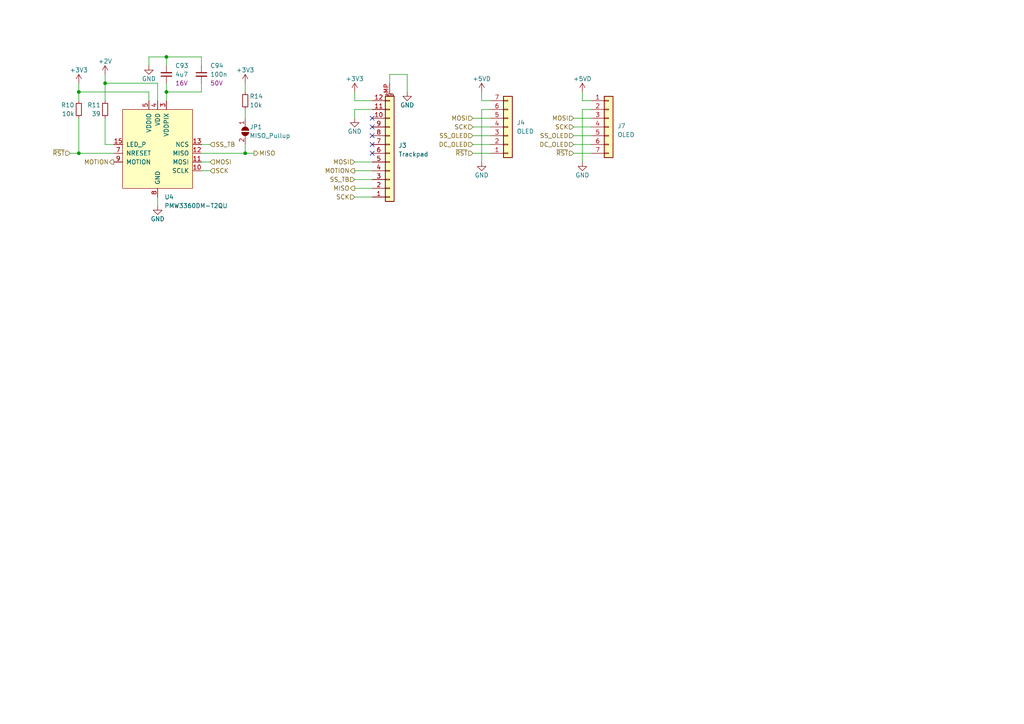
<source format=kicad_sch>
(kicad_sch (version 20230121) (generator eeschema)
  (paper "A4")
  (title_block (title "Honeydew unified split ergonomic keyboard") (date "2023-04-08") (rev "V2.0") (company "Created by Ariamelon (https://github.com/Ariamelon/Honeydew/)") (comment 1 "All capacitors 50V unless otherwise specified.") (comment 2 "Licensed under CC BY 4.0."))
  (lib_symbols
    (symbol "+3V3_1" (power) (pin_names (offset 0))
      (property "Value" "+3V3_1" (at 0 3.556 0))
      (symbol "+3V3_1_0_1"
        (polyline (pts (xy -0.762 1.27) (xy 0 2.54)))
        (polyline (pts (xy 0 0) (xy 0 2.54)))
        (polyline (pts (xy 0 2.54) (xy 0.762 1.27)))
      )
      (symbol "+3V3_1_1_1"
        (pin power_in line (at 0 0 90) (length 0) hide (name "+3V3") (number "1"))
      )
    )
    (symbol "Connector_Generic:Conn_01x07" (pin_names (offset 1.016) hide)
      (property "Reference" "J" (at 0 10.16 0))
      (property "Value" "Conn_01x07" (at 0 -10.16 0))
      (symbol "Conn_01x07_1_1"
        (rectangle (start -1.27 -7.493) (end 0 -7.747) (stroke (width 0.1524)))
        (rectangle (start -1.27 -4.953) (end 0 -5.207) (stroke (width 0.1524)))
        (rectangle (start -1.27 -2.413) (end 0 -2.667) (stroke (width 0.1524)))
        (rectangle (start -1.27 0.127) (end 0 -0.127) (stroke (width 0.1524)))
        (rectangle (start -1.27 2.667) (end 0 2.413) (stroke (width 0.1524)))
        (rectangle (start -1.27 5.207) (end 0 4.953) (stroke (width 0.1524)))
        (rectangle (start -1.27 7.747) (end 0 7.493) (stroke (width 0.1524)))
        (rectangle (start -1.27 8.89) (end 1.27 -8.89) (stroke (width 0.254)) (fill (type background)))
        (pin passive line (at -5.08 7.62 0) (length 3.81) (name "Pin_1") (number "1"))
        (pin passive line (at -5.08 5.08 0) (length 3.81) (name "Pin_2") (number "2"))
        (pin passive line (at -5.08 2.54 0) (length 3.81) (name "Pin_3") (number "3"))
        (pin passive line (at -5.08 0 0) (length 3.81) (name "Pin_4") (number "4"))
        (pin passive line (at -5.08 -2.54 0) (length 3.81) (name "Pin_5") (number "5"))
        (pin passive line (at -5.08 -5.08 0) (length 3.81) (name "Pin_6") (number "6"))
        (pin passive line (at -5.08 -7.62 0) (length 3.81) (name "Pin_7") (number "7"))
      )
    )
    (symbol "Connector_Generic_MountingPin:Conn_01x12_MountingPin" (pin_names (offset 1.016) hide)
      (property "Reference" "J" (at 0 15.24 0))
      (property "Value" "Conn_01x12_MountingPin" (at 1.27 -17.78 0))
      (symbol "Conn_01x12_MountingPin_1_1"
        (rectangle (start -1.27 -15.113) (end 0 -15.367) (stroke (width 0.1524)))
        (rectangle (start -1.27 -12.573) (end 0 -12.827) (stroke (width 0.1524)))
        (rectangle (start -1.27 -10.033) (end 0 -10.287) (stroke (width 0.1524)))
        (rectangle (start -1.27 -7.493) (end 0 -7.747) (stroke (width 0.1524)))
        (rectangle (start -1.27 -4.953) (end 0 -5.207) (stroke (width 0.1524)))
        (rectangle (start -1.27 -2.413) (end 0 -2.667) (stroke (width 0.1524)))
        (rectangle (start -1.27 0.127) (end 0 -0.127) (stroke (width 0.1524)))
        (rectangle (start -1.27 2.667) (end 0 2.413) (stroke (width 0.1524)))
        (rectangle (start -1.27 5.207) (end 0 4.953) (stroke (width 0.1524)))
        (rectangle (start -1.27 7.747) (end 0 7.493) (stroke (width 0.1524)))
        (rectangle (start -1.27 10.287) (end 0 10.033) (stroke (width 0.1524)))
        (rectangle (start -1.27 12.827) (end 0 12.573) (stroke (width 0.1524)))
        (rectangle (start -1.27 13.97) (end 1.27 -16.51) (stroke (width 0.254)) (fill (type background)))
        (polyline (pts (xy -1.016 -17.272) (xy 1.016 -17.272)) (stroke (width 0.1524)))
        (text "Mounting" (at 0 -16.891 0) (effects (font (size 0.381 0.381))))
        (pin passive line (at -5.08 12.7 0) (length 3.81) (name "Pin_1") (number "1"))
        (pin passive line (at -5.08 -10.16 0) (length 3.81) (name "Pin_10") (number "10"))
        (pin passive line (at -5.08 -12.7 0) (length 3.81) (name "Pin_11") (number "11"))
        (pin passive line (at -5.08 -15.24 0) (length 3.81) (name "Pin_12") (number "12"))
        (pin passive line (at -5.08 10.16 0) (length 3.81) (name "Pin_2") (number "2"))
        (pin passive line (at -5.08 7.62 0) (length 3.81) (name "Pin_3") (number "3"))
        (pin passive line (at -5.08 5.08 0) (length 3.81) (name "Pin_4") (number "4"))
        (pin passive line (at -5.08 2.54 0) (length 3.81) (name "Pin_5") (number "5"))
        (pin passive line (at -5.08 0 0) (length 3.81) (name "Pin_6") (number "6"))
        (pin passive line (at -5.08 -2.54 0) (length 3.81) (name "Pin_7") (number "7"))
        (pin passive line (at -5.08 -5.08 0) (length 3.81) (name "Pin_8") (number "8"))
        (pin passive line (at -5.08 -7.62 0) (length 3.81) (name "Pin_9") (number "9"))
        (pin passive line (at 0 -20.32 90) (length 3.048) (name "MountPin") (number "MP"))
      )
    )
    (symbol "Device:C_Small" (pin_numbers hide) (pin_names (offset 0.254) hide)
      (property "Reference" "C" (at 0.254 1.778 0))
      (property "Value" "C_Small" (at 0.254 -2.032 0))
      (symbol "C_Small_0_1"
        (polyline (pts (xy -1.524 -0.508) (xy 1.524 -0.508)) (stroke (width 0.3302)))
        (polyline (pts (xy -1.524 0.508) (xy 1.524 0.508)) (stroke (width 0.3048)))
      )
      (symbol "C_Small_1_1"
        (pin passive line (at 0 2.54 270) (length 2.032) (name "~") (number "1"))
        (pin passive line (at 0 -2.54 90) (length 2.032) (name "~") (number "2"))
      )
    )
    (symbol "Device:R_Small" (pin_numbers hide) (pin_names (offset 0.254) hide)
      (property "Reference" "R" (at 0.762 0.508 0))
      (property "Value" "R_Small" (at 0.762 -1.016 0))
      (symbol "R_Small_0_1"
        (rectangle (start -0.762 1.778) (end 0.762 -1.778) (stroke (width 0.2032)))
      )
      (symbol "R_Small_1_1"
        (pin passive line (at 0 2.54 270) (length 0.762) (name "~") (number "1"))
        (pin passive line (at 0 -2.54 90) (length 0.762) (name "~") (number "2"))
      )
    )
    (symbol "Honeydew:+2V" (power) (pin_names (offset 0))
      (property "Value" "+2V" (at 0 3.81 0))
      (symbol "+2V_0_1"
        (polyline (pts (xy -0.762 1.27) (xy 0 2.54)))
        (polyline (pts (xy 0 0) (xy 0 2.54)))
        (polyline (pts (xy 0 2.54) (xy 0.762 1.27)))
      )
      (symbol "+2V_1_1"
        (pin power_in line (at 0 0 90) (length 0) hide (name "+2V") (number "1"))
      )
    )
    (symbol "Jumper:SolderJumper_2_Open" (pin_names (offset 0) hide)
      (property "Reference" "JP" (at 0 2.032 0))
      (property "Value" "SolderJumper_2_Open" (at 0 -2.54 0))
      (symbol "SolderJumper_2_Open_0_1"
        (arc (start -0.254 1.016) (mid -1.2656 0) (end -0.254 -1.016))
        (arc (start -0.254 1.016) (mid -1.2656 0) (end -0.254 -1.016) (fill (type outline)))
        (polyline (pts (xy -0.254 1.016) (xy -0.254 -1.016)))
        (polyline (pts (xy 0.254 1.016) (xy 0.254 -1.016)))
        (arc (start 0.254 -1.016) (mid 1.2656 0) (end 0.254 1.016))
        (arc (start 0.254 -1.016) (mid 1.2656 0) (end 0.254 1.016) (fill (type outline)))
      )
      (symbol "SolderJumper_2_Open_1_1"
        (pin passive line (at -3.81 0 0) (length 2.54) (name "A") (number "1"))
        (pin passive line (at 3.81 0 180) (length 2.54) (name "B") (number "2"))
      )
    )
    (symbol "PMW3360DM-T2QU_1" (pin_names (offset 1.016))
      (property "Reference" "U" (at 0 12.7 0))
      (property "Value" "PMW3360DM-T2QU_1" (at 0 20.32 0))
      (symbol "PMW3360DM-T2QU_1_0_1"
        (rectangle (start -10.16 10.16) (end 10.16 -12.7) (fill (type background)))
      )
      (symbol "PMW3360DM-T2QU_1_1_1"
        (pin no_connect line (at -12.7 7.62 0) (length 2.54) hide (name "NC") (number "1"))
        (pin input line (at 12.7 -7.62 180) (length 2.54) (name "SCLK") (number "10"))
        (pin input line (at 12.7 -5.08 180) (length 2.54) (name "MOSI") (number "11"))
        (pin output line (at 12.7 -2.54 180) (length 2.54) (name "MISO") (number "12"))
        (pin input line (at 12.7 0 180) (length 2.54) (name "NCS") (number "13"))
        (pin no_connect line (at -12.7 7.62 0) (length 2.54) hide (name "NC") (number "14"))
        (pin input line (at -12.7 0 0) (length 2.54) (name "LED_P") (number "15"))
        (pin no_connect line (at -12.7 7.62 0) (length 2.54) hide (name "NC") (number "16"))
        (pin no_connect line (at -12.7 7.62 0) (length 2.54) hide (name "NC") (number "2"))
        (pin power_in line (at 2.54 12.7 270) (length 2.54) (name "VDDPIX") (number "3"))
        (pin power_in line (at 0 12.7 270) (length 2.54) (name "VDD") (number "4"))
        (pin power_in line (at -2.54 12.7 270) (length 2.54) (name "VDDIO") (number "5"))
        (pin no_connect line (at -12.7 7.62 0) (length 2.54) hide (name "NC") (number "6"))
        (pin input line (at -12.7 -2.54 0) (length 2.54) (name "NRESET") (number "7"))
        (pin power_in line (at 0 -15.24 90) (length 2.54) (name "GND") (number "8"))
        (pin output line (at -12.7 -5.08 0) (length 2.54) (name "MOTION") (number "9"))
      )
    )
    (symbol "power:+5VD" (power) (pin_names (offset 0))
      (property "Value" "+5VD" (at 0 3.556 0))
      (symbol "+5VD_0_1"
        (polyline (pts (xy -0.762 1.27) (xy 0 2.54)))
        (polyline (pts (xy 0 0) (xy 0 2.54)))
        (polyline (pts (xy 0 2.54) (xy 0.762 1.27)))
      )
      (symbol "+5VD_1_1"
        (pin power_in line (at 0 0 90) (length 0) hide (name "+5VD") (number "1"))
      )
    )
    (symbol "power:GND" (power) (pin_names (offset 0))
      (property "Value" "GND" (at 0 -3.81 0))
      (symbol "GND_0_1"
        (polyline (pts (xy 0 0) (xy 0 -1.27) (xy 1.27 -1.27) (xy 0 -2.54) (xy -1.27 -1.27) (xy 0 -1.27)))
      )
      (symbol "GND_1_1"
        (pin power_in line (at 0 0 270) (length 0) hide (name "GND") (number "1"))
      )
    )
  )
  (junction (at 48.26 16.51))
  (junction (at 30.48 24.13))
  (junction (at 48.26 26.67))
  (junction (at 22.86 26.67))
  (junction (at 22.86 44.45))
  (junction (at 71.12 44.45))
  (no_connect (at 107.95 44.45))
  (no_connect (at 107.95 39.37))
  (no_connect (at 107.95 36.83))
  (no_connect (at 107.95 34.29))
  (no_connect (at 107.95 41.91))
  (wire (pts (xy 102.87 49.53) (xy 107.95 49.53)))
  (wire (pts (xy 102.87 46.99) (xy 107.95 46.99)))
  (wire (pts (xy 168.91 29.21) (xy 171.45 29.21)))
  (wire (pts (xy 22.86 26.67) (xy 43.18 26.67)))
  (wire (pts (xy 166.37 36.83) (xy 171.45 36.83)))
  (wire (pts (xy 48.26 26.67) (xy 48.26 29.21)))
  (wire (pts (xy 60.96 41.91) (xy 58.42 41.91)))
  (wire (pts (xy 60.96 46.99) (xy 58.42 46.99)))
  (wire (pts (xy 45.72 24.13) (xy 30.48 24.13)))
  (wire (pts (xy 43.18 19.05) (xy 43.18 16.51)))
  (wire (pts (xy 30.48 34.29) (xy 30.48 41.91)))
  (wire (pts (xy 43.18 16.51) (xy 48.26 16.51)))
  (wire (pts (xy 30.48 41.91) (xy 33.02 41.91)))
  (wire (pts (xy 22.86 44.45) (xy 33.02 44.45)))
  (wire (pts (xy 20.32 44.45) (xy 22.86 44.45)))
  (wire (pts (xy 71.12 26.67) (xy 71.12 24.13)))
  (wire (pts (xy 43.18 29.21) (xy 43.18 26.67)))
  (wire (pts (xy 166.37 41.91) (xy 171.45 41.91)))
  (wire (pts (xy 71.12 44.45) (xy 73.66 44.45)))
  (wire (pts (xy 58.42 16.51) (xy 48.26 16.51)))
  (wire (pts (xy 102.87 31.75) (xy 102.87 34.29)))
  (wire (pts (xy 137.16 41.91) (xy 142.24 41.91)))
  (wire (pts (xy 139.7 26.67) (xy 139.7 29.21)))
  (wire (pts (xy 71.12 31.75) (xy 71.12 34.29)))
  (wire (pts (xy 139.7 29.21) (xy 142.24 29.21)))
  (wire (pts (xy 168.91 31.75) (xy 171.45 31.75)))
  (wire (pts (xy 137.16 34.29) (xy 142.24 34.29)))
  (wire (pts (xy 48.26 16.51) (xy 48.26 19.05)))
  (wire (pts (xy 45.72 24.13) (xy 45.72 29.21)))
  (wire (pts (xy 22.86 24.13) (xy 22.86 26.67)))
  (wire (pts (xy 139.7 31.75) (xy 142.24 31.75)))
  (wire (pts (xy 166.37 34.29) (xy 171.45 34.29)))
  (wire (pts (xy 137.16 39.37) (xy 142.24 39.37)))
  (wire (pts (xy 139.7 31.75) (xy 139.7 46.99)))
  (wire (pts (xy 102.87 26.67) (xy 102.87 29.21)))
  (wire (pts (xy 58.42 26.67) (xy 48.26 26.67)))
  (wire (pts (xy 60.96 49.53) (xy 58.42 49.53)))
  (wire (pts (xy 58.42 24.13) (xy 58.42 26.67)))
  (wire (pts (xy 30.48 24.13) (xy 30.48 29.21)))
  (wire (pts (xy 58.42 19.05) (xy 58.42 16.51)))
  (wire (pts (xy 45.72 57.15) (xy 45.72 59.69)))
  (wire (pts (xy 166.37 44.45) (xy 171.45 44.45)))
  (wire (pts (xy 58.42 44.45) (xy 71.12 44.45)))
  (wire (pts (xy 30.48 21.59) (xy 30.48 24.13)))
  (wire (pts (xy 118.11 21.59) (xy 118.11 26.67)))
  (wire (pts (xy 137.16 36.83) (xy 142.24 36.83)))
  (wire (pts (xy 137.16 44.45) (xy 142.24 44.45)))
  (wire (pts (xy 102.87 57.15) (xy 107.95 57.15)))
  (wire (pts (xy 48.26 24.13) (xy 48.26 26.67)))
  (wire (pts (xy 22.86 26.67) (xy 22.86 29.21)))
  (wire (pts (xy 102.87 54.61) (xy 107.95 54.61)))
  (wire (pts (xy 102.87 29.21) (xy 107.95 29.21)))
  (wire (pts (xy 113.03 21.59) (xy 113.03 24.13)))
  (wire (pts (xy 168.91 31.75) (xy 168.91 46.99)))
  (wire (pts (xy 22.86 34.29) (xy 22.86 44.45)))
  (wire (pts (xy 71.12 44.45) (xy 71.12 41.91)))
  (wire (pts (xy 168.91 26.67) (xy 168.91 29.21)))
  (wire (pts (xy 118.11 21.59) (xy 113.03 21.59)))
  (wire (pts (xy 102.87 52.07) (xy 107.95 52.07)))
  (wire (pts (xy 102.87 31.75) (xy 107.95 31.75)))
  (wire (pts (xy 166.37 39.37) (xy 171.45 39.37)))
  (hierarchical_label "SS_OLED" (shape input) (at 137.16 39.37 180))
  (hierarchical_label "MISO" (shape output) (at 102.87 54.61 180))
  (hierarchical_label "SS_TB" (shape input) (at 60.96 41.91 0))
  (hierarchical_label "SCK" (shape input) (at 60.96 49.53 0))
  (hierarchical_label "MOTION" (shape output) (at 102.87 49.53 180))
  (hierarchical_label "~{RST}" (shape input) (at 20.32 44.45 180))
  (hierarchical_label "SCK" (shape input) (at 137.16 36.83 180))
  (hierarchical_label "MOSI" (shape input) (at 102.87 46.99 180))
  (hierarchical_label "DC_OLED" (shape input) (at 137.16 41.91 180))
  (hierarchical_label "MOSI" (shape input) (at 166.37 34.29 180))
  (hierarchical_label "DC_OLED" (shape input) (at 166.37 41.91 180))
  (hierarchical_label "SS_TB" (shape input) (at 102.87 52.07 180))
  (hierarchical_label "MOSI" (shape input) (at 60.96 46.99 0))
  (hierarchical_label "~{RST}" (shape input) (at 137.16 44.45 180))
  (hierarchical_label "MISO" (shape output) (at 73.66 44.45 0))
  (hierarchical_label "SCK" (shape input) (at 102.87 57.15 180))
  (hierarchical_label "SS_OLED" (shape input) (at 166.37 39.37 180))
  (hierarchical_label "SCK" (shape input) (at 166.37 36.83 180))
  (hierarchical_label "MOSI" (shape input) (at 137.16 34.29 180))
  (hierarchical_label "~{RST}" (shape input) (at 166.37 44.45 180))
  (hierarchical_label "MOTION" (shape output) (at 33.02 46.99 180))
  (symbol (lib_name "+3V3_1") (lib_id "power:+3V3") (at 102.87 26.67 0) (unit 1)
    (property "Reference" "#PWR01" (effects hide))
    (property "Value" "+3V3" (at 102.87 22.86 0))
  )
  (symbol (lib_id "Jumper:SolderJumper_2_Open") (at 71.12 38.1 270) (unit 1) (in_bom no)
    (property "Reference" "JP1" (at 72.39 36.83 90) (effects (justify left)))
    (property "Value" "MISO_Pullup" (at 72.39 39.37 90) (effects (justify left)))
    (property "Footprint" "Jumper:SolderJumper-2_P1.3mm_Open_Pad1.0x1.5mm" (effects hide))
    (property "Description" "MISO pullup jumper" (effects hide))
  )
  (symbol (lib_id "Connector_Generic_MountingPin:Conn_01x12_MountingPin") (at 113.03 44.45 0) (mirror x) (unit 1)
    (property "Reference" "J3" (at 115.57 42.1894 0) (effects (justify left)))
    (property "Value" "Trackpad" (at 115.57 44.7294 0) (effects (justify left)))
    (property "Footprint" "Honeydew:Hirose_FH12-12S-0.5SH_1x12-1MP_P0.50mm_Horizontal" (effects hide))
    (property "LCSC" "C88360" (effects hide))
  )
  (symbol (lib_id "power:+5VD") (at 168.91 26.67 0) (unit 1)
    (property "Reference" "#PWR036" (effects hide))
    (property "Value" "+5VD" (at 168.91 22.86 0))
  )
  (symbol (lib_name "+3V3_1") (lib_id "power:+3V3") (at 22.86 24.13 0) (unit 1)
    (property "Reference" "#PWR015" (effects hide))
    (property "Value" "+3V3" (at 22.86 20.32 0))
  )
  (symbol (lib_id "Device:R_Small") (at 71.12 29.21 180) (unit 1)
    (property "Reference" "R14" (at 72.39 27.94 0) (effects (justify right)))
    (property "Value" "10k" (at 72.39 30.48 0) (effects (justify right)))
    (property "Footprint" "Resistor_SMD:R_0402_1005Metric" (effects hide))
    (property "Description" "0402 resistor" (effects hide))
    (property "LCSC" "C25744" (effects hide))
  )
  (symbol (lib_id "Device:R_Small") (at 22.86 31.75 180) (unit 1)
    (property "Reference" "R10" (at 21.59 30.48 0) (effects (justify left)))
    (property "Value" "10k" (at 21.59 33.02 0) (effects (justify left)))
    (property "Footprint" "Resistor_SMD:R_0402_1005Metric" (effects hide))
    (property "Description" "0402 resistor" (effects hide))
    (property "LCSC" "C25744" (effects hide))
  )
  (symbol (lib_id "power:+5VD") (at 139.7 26.67 0) (unit 1)
    (property "Reference" "#PWR040" (effects hide))
    (property "Value" "+5VD" (at 139.7 22.86 0))
  )
  (symbol (lib_id "Connector_Generic:Conn_01x07") (at 176.53 36.83 0) (unit 1)
    (property "Reference" "J7" (at 179.07 36.5506 0) (effects (justify left)))
    (property "Value" "OLED" (at 179.07 39.0906 0) (effects (justify left)))
    (property "Footprint" "Honeydew:OLED_1.5_SSD1351_128x128" (effects hide))
  )
  (symbol (lib_id "power:GND") (at 118.11 26.67 0) (unit 1)
    (property "Reference" "#PWR?" (effects hide))
    (property "Value" "GND" (at 118.11 30.48 0))
    (instances (project "Honeydew" (path "" (reference "#PWR?") (unit 1)) (path "" (reference "#PWR097") (unit 1))))
  )
  (symbol (lib_id "power:GND") (at 168.91 46.99 0) (unit 1)
    (property "Reference" "#PWR?" (effects hide))
    (property "Value" "GND" (at 168.91 50.8 0))
    (instances (project "Honeydew" (path "" (reference "#PWR?") (unit 1)) (path "" (reference "#PWR042") (unit 1))))
  )
  (symbol (lib_id "Device:C_Small") (at 58.42 21.59 0) (unit 1)
    (property "Reference" "C94" (at 60.96 19.05 0) (effects (justify left)))
    (property "Value" "100n" (at 60.96 21.59 0) (effects (justify left)))
    (property "Footprint" "Capacitor_SMD:C_0402_1005Metric" (effects hide))
    (property "Description" "0402 capacitor" (effects hide))
    (property "LCSC" "C307331" (effects hide))
    (property "Voltage" "50V" (at 60.96 24.13 0) (effects (justify left)))
  )
  (symbol (lib_id "power:GND") (at 45.72 59.69 0) (unit 1)
    (property "Reference" "#PWR?" (effects hide))
    (property "Value" "GND" (at 45.72 63.5 0))
    (instances (project "Honeydew" (path "" (reference "#PWR?") (unit 1)) (path "" (reference "#PWR039") (unit 1))))
  )
  (symbol (lib_id "power:GND") (at 139.7 46.99 0) (unit 1)
    (property "Reference" "#PWR?" (effects hide))
    (property "Value" "GND" (at 139.7 50.8 0))
    (instances (project "Honeydew" (path "" (reference "#PWR?") (unit 1)) (path "" (reference "#PWR025") (unit 1))))
  )
  (symbol (lib_id "power:GND") (at 102.87 34.29 0) (unit 1)
    (property "Reference" "#PWR?" (effects hide))
    (property "Value" "GND" (at 102.87 38.1 0))
    (instances (project "Honeydew" (path "" (reference "#PWR?") (unit 1)) (path "" (reference "#PWR03") (unit 1))))
  )
  (symbol (lib_name "+3V3_1") (lib_id "power:+3V3") (at 71.12 24.13 0) (unit 1)
    (property "Reference" "#PWR043" (effects hide))
    (property "Value" "+3V3" (at 71.12 20.32 0))
  )
  (symbol (lib_id "Device:R_Small") (at 30.48 31.75 0) (mirror x) (unit 1)
    (property "Reference" "R11" (at 29.21 30.48 0) (effects (justify right)))
    (property "Value" "39" (at 29.21 33.02 0) (effects (justify right)))
    (property "Footprint" "Resistor_SMD:R_0402_1005Metric" (effects hide))
    (property "Description" "0402 resistor" (effects hide))
    (property "LCSC" "C25164" (effects hide))
  )
  (symbol (lib_id "Honeydew:+2V") (at 30.48 21.59 0) (unit 1)
    (property "Reference" "#PWR016" (effects hide))
    (property "Value" "+2V" (at 30.48 17.78 0))
  )
  (symbol (lib_id "Connector_Generic:Conn_01x07") (at 147.32 36.83 0) (mirror x) (unit 1)
    (property "Reference" "J4" (at 149.86 35.56 0) (effects (justify left)))
    (property "Value" "OLED" (at 149.86 38.1 0) (effects (justify left)))
    (property "Footprint" "Connector_JST:JST_PH_S7B-PH-K_1x07_P2.00mm_Horizontal" (effects hide))
  )
  (symbol (lib_id "Device:C_Small") (at 48.26 21.59 180) (unit 1)
    (property "Reference" "C93" (at 50.8 19.05 0) (effects (justify right)))
    (property "Value" "4u7" (at 50.8 21.59 0) (effects (justify right)))
    (property "Footprint" "Capacitor_SMD:C_0603_1608Metric" (effects hide))
    (property "Description" "0603 capacitor" (effects hide))
    (property "LCSC" "C19666" (effects hide))
    (property "Voltage" "16V" (at 50.8 24.13 0) (effects (justify right)))
  )
  (symbol (lib_id "power:GND") (at 43.18 19.05 0) (unit 1)
    (property "Reference" "#PWR?" (effects hide))
    (property "Value" "GND" (at 43.18 22.86 0))
    (instances (project "Honeydew" (path "" (reference "#PWR?") (unit 1)) (path "" (reference "#PWR038") (unit 1))))
  )
  (symbol (lib_name "PMW3360DM-T2QU_1") (lib_id "Ogen:PMW3360DM-T2QU") (at 45.72 41.91 0) (unit 1) (in_bom no)
    (property "Reference" "U4" (at 47.6759 57.15 0) (effects (justify left)))
    (property "Value" "PMW3360DM-T2QU" (at 47.6759 59.69 0) (effects (justify left)))
    (property "Footprint" "Honeydew:IC_PMW3360DM-T2QU" (effects hide))
    (property "Description" "Optical sensor" (effects hide))
  )
)
</source>
